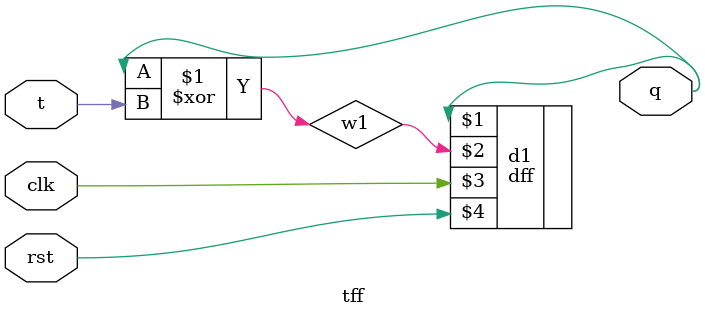
<source format=v>
module tff (q,t,clk,rst);
output q;
input t,clk,rst;
wire w1;
xor X1 (w1,q,t);
dff d1 (q,w1,clk,rst);
endmodule
</source>
